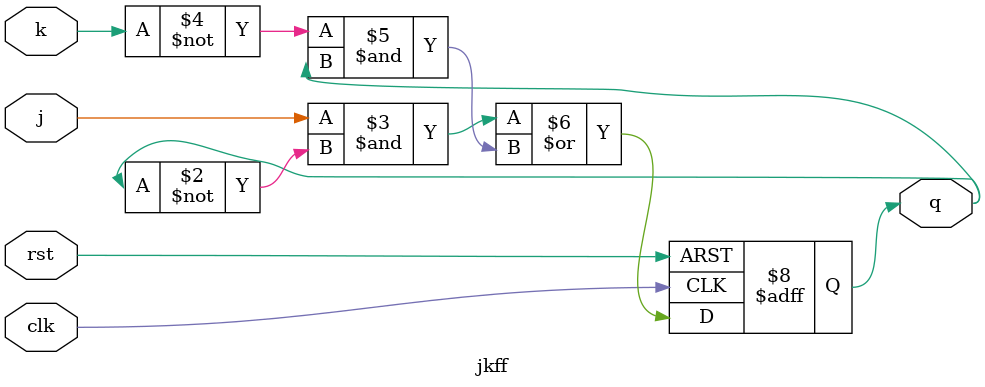
<source format=v>
module jkff(
    input  wire clk,
    input  wire rst,   // active-HIGH reset
    input  wire j,
    input  wire k,
    output reg  q
);

always @(posedge clk or posedge rst) begin
    if (rst)
        q <= 1'b0;
    else
        q <= (j & ~q) | (~k & q);
end

initial begin
$dumpfile("dump.vcd");
$dumpvars(0,jkff);
end

endmodule


</source>
